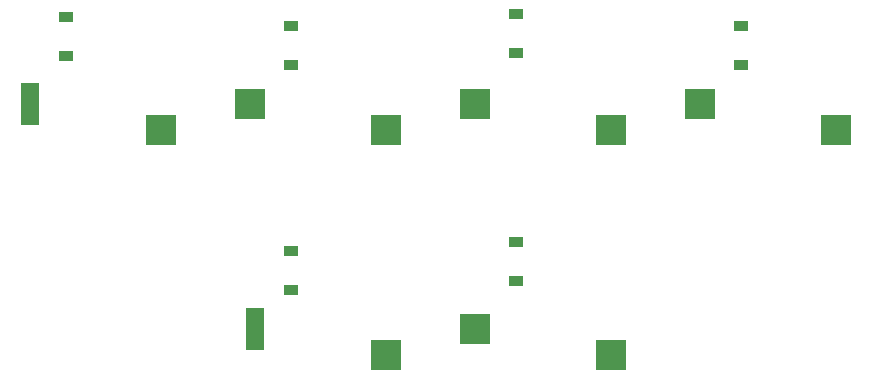
<source format=gbp>
G04 #@! TF.GenerationSoftware,KiCad,Pcbnew,8.0.5*
G04 #@! TF.CreationDate,2024-09-18T06:53:56+09:00*
G04 #@! TF.ProjectId,SandyLP_Top,53616e64-794c-4505-9f54-6f702e6b6963,v.0*
G04 #@! TF.SameCoordinates,Original*
G04 #@! TF.FileFunction,Paste,Bot*
G04 #@! TF.FilePolarity,Positive*
%FSLAX46Y46*%
G04 Gerber Fmt 4.6, Leading zero omitted, Abs format (unit mm)*
G04 Created by KiCad (PCBNEW 8.0.5) date 2024-09-18 06:53:56*
%MOMM*%
%LPD*%
G01*
G04 APERTURE LIST*
%ADD10R,2.600000X2.600000*%
%ADD11R,1.625000X3.600000*%
%ADD12R,1.200000X0.900000*%
G04 APERTURE END LIST*
D10*
X151730310Y-71053405D03*
D11*
X140667810Y-68903405D03*
D10*
X151730310Y-52003405D03*
X140180310Y-49803405D03*
X189830310Y-52003405D03*
X178280310Y-49803405D03*
X132680310Y-52003405D03*
D11*
X121617810Y-49853405D03*
D10*
X170780310Y-52003405D03*
X159230310Y-49803405D03*
X170780310Y-71053405D03*
X159230310Y-68853405D03*
D12*
X143692810Y-62262780D03*
X143692810Y-65562780D03*
X181792810Y-43212780D03*
X181792810Y-46512780D03*
X162742810Y-61531530D03*
X162742810Y-64831530D03*
X162742810Y-42228405D03*
X162742810Y-45528405D03*
X124642810Y-42481530D03*
X124642810Y-45781530D03*
X143692810Y-43212780D03*
X143692810Y-46512780D03*
M02*

</source>
